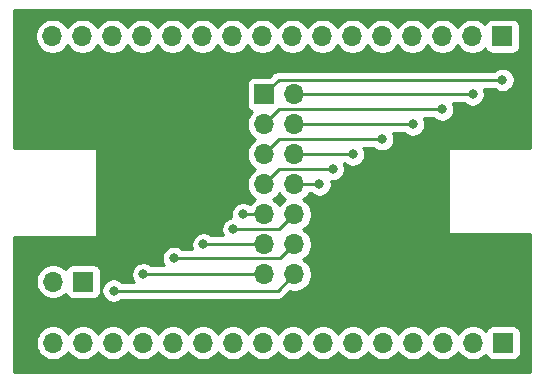
<source format=gbr>
%TF.GenerationSoftware,KiCad,Pcbnew,(5.1.9)-1*%
%TF.CreationDate,2021-03-23T14:30:04+01:00*%
%TF.ProjectId,Display Board,44697370-6c61-4792-9042-6f6172642e6b,rev?*%
%TF.SameCoordinates,Original*%
%TF.FileFunction,Copper,L1,Top*%
%TF.FilePolarity,Positive*%
%FSLAX46Y46*%
G04 Gerber Fmt 4.6, Leading zero omitted, Abs format (unit mm)*
G04 Created by KiCad (PCBNEW (5.1.9)-1) date 2021-03-23 14:30:04*
%MOMM*%
%LPD*%
G01*
G04 APERTURE LIST*
%TA.AperFunction,ComponentPad*%
%ADD10R,1.700000X1.700000*%
%TD*%
%TA.AperFunction,ComponentPad*%
%ADD11O,1.700000X1.700000*%
%TD*%
%TA.AperFunction,ViaPad*%
%ADD12C,0.800000*%
%TD*%
%TA.AperFunction,Conductor*%
%ADD13C,0.250000*%
%TD*%
%TA.AperFunction,NonConductor*%
%ADD14C,0.254000*%
%TD*%
%TA.AperFunction,NonConductor*%
%ADD15C,0.100000*%
%TD*%
G04 APERTURE END LIST*
D10*
%TO.P,J1,1*%
%TO.N,GND*%
X195000000Y-69000000D03*
D11*
%TO.P,J1,2*%
%TO.N,5V*%
X197540000Y-69000000D03*
%TO.P,J1,3*%
%TO.N,Kontrast*%
X195000000Y-71540000D03*
%TO.P,J1,4*%
%TO.N,RS*%
X197540000Y-71540000D03*
%TO.P,J1,5*%
%TO.N,RW*%
X195000000Y-74080000D03*
%TO.P,J1,6*%
%TO.N,E*%
X197540000Y-74080000D03*
%TO.P,J1,7*%
%TO.N,D0*%
X195000000Y-76620000D03*
%TO.P,J1,8*%
%TO.N,D1*%
X197540000Y-76620000D03*
%TO.P,J1,9*%
%TO.N,D2*%
X195000000Y-79160000D03*
%TO.P,J1,10*%
%TO.N,D3*%
X197540000Y-79160000D03*
%TO.P,J1,11*%
%TO.N,D4*%
X195000000Y-81700000D03*
%TO.P,J1,12*%
%TO.N,D5*%
X197540000Y-81700000D03*
%TO.P,J1,13*%
%TO.N,D6*%
X195000000Y-84240000D03*
%TO.P,J1,14*%
%TO.N,D7*%
X197540000Y-84240000D03*
%TD*%
D10*
%TO.P,J2,1*%
%TO.N,GND*%
X215230000Y-90040000D03*
D11*
%TO.P,J2,2*%
%TO.N,5V*%
X212690000Y-90040000D03*
%TO.P,J2,3*%
%TO.N,Kontrast*%
X210150000Y-90040000D03*
%TO.P,J2,4*%
%TO.N,RS*%
X207610000Y-90040000D03*
%TO.P,J2,5*%
%TO.N,RW*%
X205070000Y-90040000D03*
%TO.P,J2,6*%
%TO.N,E*%
X202530000Y-90040000D03*
%TO.P,J2,7*%
%TO.N,D0*%
X199990000Y-90040000D03*
%TO.P,J2,8*%
%TO.N,D1*%
X197450000Y-90040000D03*
%TO.P,J2,9*%
%TO.N,D2*%
X194910000Y-90040000D03*
%TO.P,J2,10*%
%TO.N,D3*%
X192370000Y-90040000D03*
%TO.P,J2,11*%
%TO.N,D4*%
X189830000Y-90040000D03*
%TO.P,J2,12*%
%TO.N,D5*%
X187290000Y-90040000D03*
%TO.P,J2,13*%
%TO.N,D6*%
X184750000Y-90040000D03*
%TO.P,J2,14*%
%TO.N,D7*%
X182210000Y-90040000D03*
%TO.P,J2,15*%
%TO.N,/5V-Hintergrundbeleuchtung*%
X179670000Y-90040000D03*
%TO.P,J2,16*%
%TO.N,/GND-Hintergrundbeleuchtung*%
X177130000Y-90040000D03*
%TD*%
D10*
%TO.P,J3,1*%
%TO.N,/5V-Hintergrundbeleuchtung*%
X179675000Y-84850000D03*
D11*
%TO.P,J3,2*%
%TO.N,/GND-Hintergrundbeleuchtung*%
X177135000Y-84850000D03*
%TD*%
%TO.P,J4,16*%
%TO.N,/GND-Hintergrundbeleuchtung*%
X177075000Y-64075000D03*
%TO.P,J4,15*%
%TO.N,/5V-Hintergrundbeleuchtung*%
X179615000Y-64075000D03*
%TO.P,J4,14*%
%TO.N,D7*%
X182155000Y-64075000D03*
%TO.P,J4,13*%
%TO.N,D6*%
X184695000Y-64075000D03*
%TO.P,J4,12*%
%TO.N,D5*%
X187235000Y-64075000D03*
%TO.P,J4,11*%
%TO.N,D4*%
X189775000Y-64075000D03*
%TO.P,J4,10*%
%TO.N,D3*%
X192315000Y-64075000D03*
%TO.P,J4,9*%
%TO.N,D2*%
X194855000Y-64075000D03*
%TO.P,J4,8*%
%TO.N,D1*%
X197395000Y-64075000D03*
%TO.P,J4,7*%
%TO.N,D0*%
X199935000Y-64075000D03*
%TO.P,J4,6*%
%TO.N,E*%
X202475000Y-64075000D03*
%TO.P,J4,5*%
%TO.N,RW*%
X205015000Y-64075000D03*
%TO.P,J4,4*%
%TO.N,RS*%
X207555000Y-64075000D03*
%TO.P,J4,3*%
%TO.N,Kontrast*%
X210095000Y-64075000D03*
%TO.P,J4,2*%
%TO.N,5V*%
X212635000Y-64075000D03*
D10*
%TO.P,J4,1*%
%TO.N,GND*%
X215175000Y-64075000D03*
%TD*%
D12*
%TO.N,GND*%
X215175000Y-67775000D03*
%TO.N,5V*%
X212650000Y-69000000D03*
%TO.N,Kontrast*%
X210075000Y-70275000D03*
%TO.N,RS*%
X207590000Y-71540000D03*
%TO.N,RW*%
X205000000Y-72800000D03*
%TO.N,E*%
X202505000Y-74080000D03*
%TO.N,D0*%
X200800000Y-75325000D03*
%TO.N,D1*%
X199670000Y-76620000D03*
%TO.N,D2*%
X193210000Y-79160000D03*
%TO.N,D3*%
X192400000Y-80425000D03*
%TO.N,D4*%
X189850000Y-81700000D03*
%TO.N,D5*%
X187374999Y-82875001D03*
%TO.N,D6*%
X184765000Y-84240000D03*
%TO.N,D7*%
X182250000Y-85625000D03*
%TD*%
D13*
%TO.N,GND*%
X195000000Y-69000000D02*
X196225000Y-67775000D01*
X196225000Y-67775000D02*
X207936410Y-67775000D01*
X207936410Y-67775000D02*
X215175000Y-67775000D01*
X215175000Y-67775000D02*
X215175000Y-67775000D01*
%TO.N,5V*%
X208350000Y-69000000D02*
X212650000Y-69000000D01*
X197540000Y-69000000D02*
X208350000Y-69000000D01*
X208350000Y-69000000D02*
X208525000Y-69000000D01*
X212650000Y-69000000D02*
X212650000Y-69000000D01*
%TO.N,Kontrast*%
X195000000Y-71540000D02*
X196265000Y-70275000D01*
X196265000Y-70275000D02*
X210075000Y-70275000D01*
X210075000Y-70275000D02*
X210075000Y-70275000D01*
%TO.N,RS*%
X197540000Y-71540000D02*
X207590000Y-71540000D01*
X207590000Y-71540000D02*
X207590000Y-71540000D01*
%TO.N,RW*%
X195000000Y-74080000D02*
X196280000Y-72800000D01*
X196280000Y-72800000D02*
X205000000Y-72800000D01*
X205000000Y-72800000D02*
X205000000Y-72800000D01*
%TO.N,E*%
X197540000Y-74080000D02*
X202505000Y-74080000D01*
X202505000Y-74080000D02*
X202505000Y-74080000D01*
%TO.N,D0*%
X195000000Y-76620000D02*
X196295000Y-75325000D01*
X196295000Y-75325000D02*
X200800000Y-75325000D01*
X200800000Y-75325000D02*
X200800000Y-75325000D01*
%TO.N,D1*%
X197540000Y-76620000D02*
X199670000Y-76620000D01*
X199670000Y-76620000D02*
X199670000Y-76620000D01*
%TO.N,D2*%
X195000000Y-79160000D02*
X193210000Y-79160000D01*
X193210000Y-79160000D02*
X193210000Y-79160000D01*
%TO.N,D3*%
X197540000Y-79160000D02*
X196275000Y-80425000D01*
X196275000Y-80425000D02*
X192400000Y-80425000D01*
X192400000Y-80425000D02*
X192400000Y-80425000D01*
%TO.N,D4*%
X195000000Y-81700000D02*
X189850000Y-81700000D01*
X189850000Y-81700000D02*
X189850000Y-81700000D01*
%TO.N,D5*%
X196364999Y-82875001D02*
X187374999Y-82875001D01*
X197540000Y-81700000D02*
X196364999Y-82875001D01*
X187374999Y-82875001D02*
X187374999Y-82875001D01*
%TO.N,D6*%
X195000000Y-84240000D02*
X184765000Y-84240000D01*
X184765000Y-84240000D02*
X184765000Y-84240000D01*
%TO.N,D7*%
X197540000Y-84240000D02*
X196155000Y-85625000D01*
X196155000Y-85625000D02*
X182250000Y-85625000D01*
X182250000Y-85625000D02*
X182250000Y-85625000D01*
%TD*%
D14*
X217540001Y-73573000D02*
X210700000Y-73573000D01*
X210675224Y-73575440D01*
X210651399Y-73582667D01*
X210629443Y-73594403D01*
X210610197Y-73610197D01*
X210594403Y-73629443D01*
X210582667Y-73651399D01*
X210575440Y-73675224D01*
X210573000Y-73700000D01*
X210573000Y-80700000D01*
X210575440Y-80724776D01*
X210582667Y-80748601D01*
X210594403Y-80770557D01*
X210610197Y-80789803D01*
X210629443Y-80805597D01*
X210651399Y-80817333D01*
X210675224Y-80824560D01*
X210700000Y-80827000D01*
X217540000Y-80827000D01*
X217540000Y-92540000D01*
X173860000Y-92540000D01*
X173860000Y-89893740D01*
X175645000Y-89893740D01*
X175645000Y-90186260D01*
X175702068Y-90473158D01*
X175814010Y-90743411D01*
X175976525Y-90986632D01*
X176183368Y-91193475D01*
X176426589Y-91355990D01*
X176696842Y-91467932D01*
X176983740Y-91525000D01*
X177276260Y-91525000D01*
X177563158Y-91467932D01*
X177833411Y-91355990D01*
X178076632Y-91193475D01*
X178283475Y-90986632D01*
X178400000Y-90812240D01*
X178516525Y-90986632D01*
X178723368Y-91193475D01*
X178966589Y-91355990D01*
X179236842Y-91467932D01*
X179523740Y-91525000D01*
X179816260Y-91525000D01*
X180103158Y-91467932D01*
X180373411Y-91355990D01*
X180616632Y-91193475D01*
X180823475Y-90986632D01*
X180940000Y-90812240D01*
X181056525Y-90986632D01*
X181263368Y-91193475D01*
X181506589Y-91355990D01*
X181776842Y-91467932D01*
X182063740Y-91525000D01*
X182356260Y-91525000D01*
X182643158Y-91467932D01*
X182913411Y-91355990D01*
X183156632Y-91193475D01*
X183363475Y-90986632D01*
X183480000Y-90812240D01*
X183596525Y-90986632D01*
X183803368Y-91193475D01*
X184046589Y-91355990D01*
X184316842Y-91467932D01*
X184603740Y-91525000D01*
X184896260Y-91525000D01*
X185183158Y-91467932D01*
X185453411Y-91355990D01*
X185696632Y-91193475D01*
X185903475Y-90986632D01*
X186020000Y-90812240D01*
X186136525Y-90986632D01*
X186343368Y-91193475D01*
X186586589Y-91355990D01*
X186856842Y-91467932D01*
X187143740Y-91525000D01*
X187436260Y-91525000D01*
X187723158Y-91467932D01*
X187993411Y-91355990D01*
X188236632Y-91193475D01*
X188443475Y-90986632D01*
X188560000Y-90812240D01*
X188676525Y-90986632D01*
X188883368Y-91193475D01*
X189126589Y-91355990D01*
X189396842Y-91467932D01*
X189683740Y-91525000D01*
X189976260Y-91525000D01*
X190263158Y-91467932D01*
X190533411Y-91355990D01*
X190776632Y-91193475D01*
X190983475Y-90986632D01*
X191100000Y-90812240D01*
X191216525Y-90986632D01*
X191423368Y-91193475D01*
X191666589Y-91355990D01*
X191936842Y-91467932D01*
X192223740Y-91525000D01*
X192516260Y-91525000D01*
X192803158Y-91467932D01*
X193073411Y-91355990D01*
X193316632Y-91193475D01*
X193523475Y-90986632D01*
X193640000Y-90812240D01*
X193756525Y-90986632D01*
X193963368Y-91193475D01*
X194206589Y-91355990D01*
X194476842Y-91467932D01*
X194763740Y-91525000D01*
X195056260Y-91525000D01*
X195343158Y-91467932D01*
X195613411Y-91355990D01*
X195856632Y-91193475D01*
X196063475Y-90986632D01*
X196180000Y-90812240D01*
X196296525Y-90986632D01*
X196503368Y-91193475D01*
X196746589Y-91355990D01*
X197016842Y-91467932D01*
X197303740Y-91525000D01*
X197596260Y-91525000D01*
X197883158Y-91467932D01*
X198153411Y-91355990D01*
X198396632Y-91193475D01*
X198603475Y-90986632D01*
X198720000Y-90812240D01*
X198836525Y-90986632D01*
X199043368Y-91193475D01*
X199286589Y-91355990D01*
X199556842Y-91467932D01*
X199843740Y-91525000D01*
X200136260Y-91525000D01*
X200423158Y-91467932D01*
X200693411Y-91355990D01*
X200936632Y-91193475D01*
X201143475Y-90986632D01*
X201260000Y-90812240D01*
X201376525Y-90986632D01*
X201583368Y-91193475D01*
X201826589Y-91355990D01*
X202096842Y-91467932D01*
X202383740Y-91525000D01*
X202676260Y-91525000D01*
X202963158Y-91467932D01*
X203233411Y-91355990D01*
X203476632Y-91193475D01*
X203683475Y-90986632D01*
X203800000Y-90812240D01*
X203916525Y-90986632D01*
X204123368Y-91193475D01*
X204366589Y-91355990D01*
X204636842Y-91467932D01*
X204923740Y-91525000D01*
X205216260Y-91525000D01*
X205503158Y-91467932D01*
X205773411Y-91355990D01*
X206016632Y-91193475D01*
X206223475Y-90986632D01*
X206340000Y-90812240D01*
X206456525Y-90986632D01*
X206663368Y-91193475D01*
X206906589Y-91355990D01*
X207176842Y-91467932D01*
X207463740Y-91525000D01*
X207756260Y-91525000D01*
X208043158Y-91467932D01*
X208313411Y-91355990D01*
X208556632Y-91193475D01*
X208763475Y-90986632D01*
X208880000Y-90812240D01*
X208996525Y-90986632D01*
X209203368Y-91193475D01*
X209446589Y-91355990D01*
X209716842Y-91467932D01*
X210003740Y-91525000D01*
X210296260Y-91525000D01*
X210583158Y-91467932D01*
X210853411Y-91355990D01*
X211096632Y-91193475D01*
X211303475Y-90986632D01*
X211420000Y-90812240D01*
X211536525Y-90986632D01*
X211743368Y-91193475D01*
X211986589Y-91355990D01*
X212256842Y-91467932D01*
X212543740Y-91525000D01*
X212836260Y-91525000D01*
X213123158Y-91467932D01*
X213393411Y-91355990D01*
X213636632Y-91193475D01*
X213768487Y-91061620D01*
X213790498Y-91134180D01*
X213849463Y-91244494D01*
X213928815Y-91341185D01*
X214025506Y-91420537D01*
X214135820Y-91479502D01*
X214255518Y-91515812D01*
X214380000Y-91528072D01*
X216080000Y-91528072D01*
X216204482Y-91515812D01*
X216324180Y-91479502D01*
X216434494Y-91420537D01*
X216531185Y-91341185D01*
X216610537Y-91244494D01*
X216669502Y-91134180D01*
X216705812Y-91014482D01*
X216718072Y-90890000D01*
X216718072Y-89190000D01*
X216705812Y-89065518D01*
X216669502Y-88945820D01*
X216610537Y-88835506D01*
X216531185Y-88738815D01*
X216434494Y-88659463D01*
X216324180Y-88600498D01*
X216204482Y-88564188D01*
X216080000Y-88551928D01*
X214380000Y-88551928D01*
X214255518Y-88564188D01*
X214135820Y-88600498D01*
X214025506Y-88659463D01*
X213928815Y-88738815D01*
X213849463Y-88835506D01*
X213790498Y-88945820D01*
X213768487Y-89018380D01*
X213636632Y-88886525D01*
X213393411Y-88724010D01*
X213123158Y-88612068D01*
X212836260Y-88555000D01*
X212543740Y-88555000D01*
X212256842Y-88612068D01*
X211986589Y-88724010D01*
X211743368Y-88886525D01*
X211536525Y-89093368D01*
X211420000Y-89267760D01*
X211303475Y-89093368D01*
X211096632Y-88886525D01*
X210853411Y-88724010D01*
X210583158Y-88612068D01*
X210296260Y-88555000D01*
X210003740Y-88555000D01*
X209716842Y-88612068D01*
X209446589Y-88724010D01*
X209203368Y-88886525D01*
X208996525Y-89093368D01*
X208880000Y-89267760D01*
X208763475Y-89093368D01*
X208556632Y-88886525D01*
X208313411Y-88724010D01*
X208043158Y-88612068D01*
X207756260Y-88555000D01*
X207463740Y-88555000D01*
X207176842Y-88612068D01*
X206906589Y-88724010D01*
X206663368Y-88886525D01*
X206456525Y-89093368D01*
X206340000Y-89267760D01*
X206223475Y-89093368D01*
X206016632Y-88886525D01*
X205773411Y-88724010D01*
X205503158Y-88612068D01*
X205216260Y-88555000D01*
X204923740Y-88555000D01*
X204636842Y-88612068D01*
X204366589Y-88724010D01*
X204123368Y-88886525D01*
X203916525Y-89093368D01*
X203800000Y-89267760D01*
X203683475Y-89093368D01*
X203476632Y-88886525D01*
X203233411Y-88724010D01*
X202963158Y-88612068D01*
X202676260Y-88555000D01*
X202383740Y-88555000D01*
X202096842Y-88612068D01*
X201826589Y-88724010D01*
X201583368Y-88886525D01*
X201376525Y-89093368D01*
X201260000Y-89267760D01*
X201143475Y-89093368D01*
X200936632Y-88886525D01*
X200693411Y-88724010D01*
X200423158Y-88612068D01*
X200136260Y-88555000D01*
X199843740Y-88555000D01*
X199556842Y-88612068D01*
X199286589Y-88724010D01*
X199043368Y-88886525D01*
X198836525Y-89093368D01*
X198720000Y-89267760D01*
X198603475Y-89093368D01*
X198396632Y-88886525D01*
X198153411Y-88724010D01*
X197883158Y-88612068D01*
X197596260Y-88555000D01*
X197303740Y-88555000D01*
X197016842Y-88612068D01*
X196746589Y-88724010D01*
X196503368Y-88886525D01*
X196296525Y-89093368D01*
X196180000Y-89267760D01*
X196063475Y-89093368D01*
X195856632Y-88886525D01*
X195613411Y-88724010D01*
X195343158Y-88612068D01*
X195056260Y-88555000D01*
X194763740Y-88555000D01*
X194476842Y-88612068D01*
X194206589Y-88724010D01*
X193963368Y-88886525D01*
X193756525Y-89093368D01*
X193640000Y-89267760D01*
X193523475Y-89093368D01*
X193316632Y-88886525D01*
X193073411Y-88724010D01*
X192803158Y-88612068D01*
X192516260Y-88555000D01*
X192223740Y-88555000D01*
X191936842Y-88612068D01*
X191666589Y-88724010D01*
X191423368Y-88886525D01*
X191216525Y-89093368D01*
X191100000Y-89267760D01*
X190983475Y-89093368D01*
X190776632Y-88886525D01*
X190533411Y-88724010D01*
X190263158Y-88612068D01*
X189976260Y-88555000D01*
X189683740Y-88555000D01*
X189396842Y-88612068D01*
X189126589Y-88724010D01*
X188883368Y-88886525D01*
X188676525Y-89093368D01*
X188560000Y-89267760D01*
X188443475Y-89093368D01*
X188236632Y-88886525D01*
X187993411Y-88724010D01*
X187723158Y-88612068D01*
X187436260Y-88555000D01*
X187143740Y-88555000D01*
X186856842Y-88612068D01*
X186586589Y-88724010D01*
X186343368Y-88886525D01*
X186136525Y-89093368D01*
X186020000Y-89267760D01*
X185903475Y-89093368D01*
X185696632Y-88886525D01*
X185453411Y-88724010D01*
X185183158Y-88612068D01*
X184896260Y-88555000D01*
X184603740Y-88555000D01*
X184316842Y-88612068D01*
X184046589Y-88724010D01*
X183803368Y-88886525D01*
X183596525Y-89093368D01*
X183480000Y-89267760D01*
X183363475Y-89093368D01*
X183156632Y-88886525D01*
X182913411Y-88724010D01*
X182643158Y-88612068D01*
X182356260Y-88555000D01*
X182063740Y-88555000D01*
X181776842Y-88612068D01*
X181506589Y-88724010D01*
X181263368Y-88886525D01*
X181056525Y-89093368D01*
X180940000Y-89267760D01*
X180823475Y-89093368D01*
X180616632Y-88886525D01*
X180373411Y-88724010D01*
X180103158Y-88612068D01*
X179816260Y-88555000D01*
X179523740Y-88555000D01*
X179236842Y-88612068D01*
X178966589Y-88724010D01*
X178723368Y-88886525D01*
X178516525Y-89093368D01*
X178400000Y-89267760D01*
X178283475Y-89093368D01*
X178076632Y-88886525D01*
X177833411Y-88724010D01*
X177563158Y-88612068D01*
X177276260Y-88555000D01*
X176983740Y-88555000D01*
X176696842Y-88612068D01*
X176426589Y-88724010D01*
X176183368Y-88886525D01*
X175976525Y-89093368D01*
X175814010Y-89336589D01*
X175702068Y-89606842D01*
X175645000Y-89893740D01*
X173860000Y-89893740D01*
X173860000Y-84703740D01*
X175650000Y-84703740D01*
X175650000Y-84996260D01*
X175707068Y-85283158D01*
X175819010Y-85553411D01*
X175981525Y-85796632D01*
X176188368Y-86003475D01*
X176431589Y-86165990D01*
X176701842Y-86277932D01*
X176988740Y-86335000D01*
X177281260Y-86335000D01*
X177568158Y-86277932D01*
X177838411Y-86165990D01*
X178081632Y-86003475D01*
X178213487Y-85871620D01*
X178235498Y-85944180D01*
X178294463Y-86054494D01*
X178373815Y-86151185D01*
X178470506Y-86230537D01*
X178580820Y-86289502D01*
X178700518Y-86325812D01*
X178825000Y-86338072D01*
X180525000Y-86338072D01*
X180649482Y-86325812D01*
X180769180Y-86289502D01*
X180879494Y-86230537D01*
X180976185Y-86151185D01*
X181055537Y-86054494D01*
X181114502Y-85944180D01*
X181150812Y-85824482D01*
X181163072Y-85700000D01*
X181163072Y-85523061D01*
X181215000Y-85523061D01*
X181215000Y-85726939D01*
X181254774Y-85926898D01*
X181332795Y-86115256D01*
X181446063Y-86284774D01*
X181590226Y-86428937D01*
X181759744Y-86542205D01*
X181948102Y-86620226D01*
X182148061Y-86660000D01*
X182351939Y-86660000D01*
X182551898Y-86620226D01*
X182740256Y-86542205D01*
X182909774Y-86428937D01*
X182953711Y-86385000D01*
X196117678Y-86385000D01*
X196155000Y-86388676D01*
X196192322Y-86385000D01*
X196192333Y-86385000D01*
X196303986Y-86374003D01*
X196447247Y-86330546D01*
X196579276Y-86259974D01*
X196695001Y-86165001D01*
X196718804Y-86135997D01*
X197173592Y-85681209D01*
X197393740Y-85725000D01*
X197686260Y-85725000D01*
X197973158Y-85667932D01*
X198243411Y-85555990D01*
X198486632Y-85393475D01*
X198693475Y-85186632D01*
X198855990Y-84943411D01*
X198967932Y-84673158D01*
X199025000Y-84386260D01*
X199025000Y-84093740D01*
X198967932Y-83806842D01*
X198855990Y-83536589D01*
X198693475Y-83293368D01*
X198486632Y-83086525D01*
X198312240Y-82970000D01*
X198486632Y-82853475D01*
X198693475Y-82646632D01*
X198855990Y-82403411D01*
X198967932Y-82133158D01*
X199025000Y-81846260D01*
X199025000Y-81553740D01*
X198967932Y-81266842D01*
X198855990Y-80996589D01*
X198693475Y-80753368D01*
X198486632Y-80546525D01*
X198312240Y-80430000D01*
X198486632Y-80313475D01*
X198693475Y-80106632D01*
X198855990Y-79863411D01*
X198967932Y-79593158D01*
X199025000Y-79306260D01*
X199025000Y-79013740D01*
X198967932Y-78726842D01*
X198855990Y-78456589D01*
X198693475Y-78213368D01*
X198486632Y-78006525D01*
X198312240Y-77890000D01*
X198486632Y-77773475D01*
X198693475Y-77566632D01*
X198818178Y-77380000D01*
X198966289Y-77380000D01*
X199010226Y-77423937D01*
X199179744Y-77537205D01*
X199368102Y-77615226D01*
X199568061Y-77655000D01*
X199771939Y-77655000D01*
X199971898Y-77615226D01*
X200160256Y-77537205D01*
X200329774Y-77423937D01*
X200473937Y-77279774D01*
X200587205Y-77110256D01*
X200665226Y-76921898D01*
X200705000Y-76721939D01*
X200705000Y-76518061D01*
X200672551Y-76354926D01*
X200698061Y-76360000D01*
X200901939Y-76360000D01*
X201101898Y-76320226D01*
X201290256Y-76242205D01*
X201459774Y-76128937D01*
X201603937Y-75984774D01*
X201717205Y-75815256D01*
X201795226Y-75626898D01*
X201835000Y-75426939D01*
X201835000Y-75223061D01*
X201795226Y-75023102D01*
X201719382Y-74840000D01*
X201801289Y-74840000D01*
X201845226Y-74883937D01*
X202014744Y-74997205D01*
X202203102Y-75075226D01*
X202403061Y-75115000D01*
X202606939Y-75115000D01*
X202806898Y-75075226D01*
X202995256Y-74997205D01*
X203164774Y-74883937D01*
X203308937Y-74739774D01*
X203422205Y-74570256D01*
X203500226Y-74381898D01*
X203540000Y-74181939D01*
X203540000Y-73978061D01*
X203500226Y-73778102D01*
X203422205Y-73589744D01*
X203402331Y-73560000D01*
X204296289Y-73560000D01*
X204340226Y-73603937D01*
X204509744Y-73717205D01*
X204698102Y-73795226D01*
X204898061Y-73835000D01*
X205101939Y-73835000D01*
X205301898Y-73795226D01*
X205490256Y-73717205D01*
X205659774Y-73603937D01*
X205803937Y-73459774D01*
X205917205Y-73290256D01*
X205995226Y-73101898D01*
X206035000Y-72901939D01*
X206035000Y-72698061D01*
X205995226Y-72498102D01*
X205917205Y-72309744D01*
X205910694Y-72300000D01*
X206886289Y-72300000D01*
X206930226Y-72343937D01*
X207099744Y-72457205D01*
X207288102Y-72535226D01*
X207488061Y-72575000D01*
X207691939Y-72575000D01*
X207891898Y-72535226D01*
X208080256Y-72457205D01*
X208249774Y-72343937D01*
X208393937Y-72199774D01*
X208507205Y-72030256D01*
X208585226Y-71841898D01*
X208625000Y-71641939D01*
X208625000Y-71438061D01*
X208585226Y-71238102D01*
X208507205Y-71049744D01*
X208497353Y-71035000D01*
X209371289Y-71035000D01*
X209415226Y-71078937D01*
X209584744Y-71192205D01*
X209773102Y-71270226D01*
X209973061Y-71310000D01*
X210176939Y-71310000D01*
X210376898Y-71270226D01*
X210565256Y-71192205D01*
X210734774Y-71078937D01*
X210878937Y-70934774D01*
X210992205Y-70765256D01*
X211070226Y-70576898D01*
X211110000Y-70376939D01*
X211110000Y-70173061D01*
X211070226Y-69973102D01*
X210992205Y-69784744D01*
X210975672Y-69760000D01*
X211946289Y-69760000D01*
X211990226Y-69803937D01*
X212159744Y-69917205D01*
X212348102Y-69995226D01*
X212548061Y-70035000D01*
X212751939Y-70035000D01*
X212951898Y-69995226D01*
X213140256Y-69917205D01*
X213309774Y-69803937D01*
X213453937Y-69659774D01*
X213567205Y-69490256D01*
X213645226Y-69301898D01*
X213685000Y-69101939D01*
X213685000Y-68898061D01*
X213645226Y-68698102D01*
X213577666Y-68535000D01*
X214471289Y-68535000D01*
X214515226Y-68578937D01*
X214684744Y-68692205D01*
X214873102Y-68770226D01*
X215073061Y-68810000D01*
X215276939Y-68810000D01*
X215476898Y-68770226D01*
X215665256Y-68692205D01*
X215834774Y-68578937D01*
X215978937Y-68434774D01*
X216092205Y-68265256D01*
X216170226Y-68076898D01*
X216210000Y-67876939D01*
X216210000Y-67673061D01*
X216170226Y-67473102D01*
X216092205Y-67284744D01*
X215978937Y-67115226D01*
X215834774Y-66971063D01*
X215665256Y-66857795D01*
X215476898Y-66779774D01*
X215276939Y-66740000D01*
X215073061Y-66740000D01*
X214873102Y-66779774D01*
X214684744Y-66857795D01*
X214515226Y-66971063D01*
X214471289Y-67015000D01*
X196262333Y-67015000D01*
X196225000Y-67011323D01*
X196187667Y-67015000D01*
X196076014Y-67025997D01*
X195932753Y-67069454D01*
X195800724Y-67140026D01*
X195684999Y-67234999D01*
X195661201Y-67263997D01*
X195413270Y-67511928D01*
X194150000Y-67511928D01*
X194025518Y-67524188D01*
X193905820Y-67560498D01*
X193795506Y-67619463D01*
X193698815Y-67698815D01*
X193619463Y-67795506D01*
X193560498Y-67905820D01*
X193524188Y-68025518D01*
X193511928Y-68150000D01*
X193511928Y-69850000D01*
X193524188Y-69974482D01*
X193560498Y-70094180D01*
X193619463Y-70204494D01*
X193698815Y-70301185D01*
X193795506Y-70380537D01*
X193905820Y-70439502D01*
X193978380Y-70461513D01*
X193846525Y-70593368D01*
X193684010Y-70836589D01*
X193572068Y-71106842D01*
X193515000Y-71393740D01*
X193515000Y-71686260D01*
X193572068Y-71973158D01*
X193684010Y-72243411D01*
X193846525Y-72486632D01*
X194053368Y-72693475D01*
X194227760Y-72810000D01*
X194053368Y-72926525D01*
X193846525Y-73133368D01*
X193684010Y-73376589D01*
X193572068Y-73646842D01*
X193515000Y-73933740D01*
X193515000Y-74226260D01*
X193572068Y-74513158D01*
X193684010Y-74783411D01*
X193846525Y-75026632D01*
X194053368Y-75233475D01*
X194227760Y-75350000D01*
X194053368Y-75466525D01*
X193846525Y-75673368D01*
X193684010Y-75916589D01*
X193572068Y-76186842D01*
X193515000Y-76473740D01*
X193515000Y-76766260D01*
X193572068Y-77053158D01*
X193684010Y-77323411D01*
X193846525Y-77566632D01*
X194053368Y-77773475D01*
X194227760Y-77890000D01*
X194053368Y-78006525D01*
X193846525Y-78213368D01*
X193787784Y-78301279D01*
X193700256Y-78242795D01*
X193511898Y-78164774D01*
X193311939Y-78125000D01*
X193108061Y-78125000D01*
X192908102Y-78164774D01*
X192719744Y-78242795D01*
X192550226Y-78356063D01*
X192406063Y-78500226D01*
X192292795Y-78669744D01*
X192214774Y-78858102D01*
X192175000Y-79058061D01*
X192175000Y-79261939D01*
X192204187Y-79408673D01*
X192098102Y-79429774D01*
X191909744Y-79507795D01*
X191740226Y-79621063D01*
X191596063Y-79765226D01*
X191482795Y-79934744D01*
X191404774Y-80123102D01*
X191365000Y-80323061D01*
X191365000Y-80526939D01*
X191404774Y-80726898D01*
X191482795Y-80915256D01*
X191499328Y-80940000D01*
X190553711Y-80940000D01*
X190509774Y-80896063D01*
X190340256Y-80782795D01*
X190151898Y-80704774D01*
X189951939Y-80665000D01*
X189748061Y-80665000D01*
X189548102Y-80704774D01*
X189359744Y-80782795D01*
X189190226Y-80896063D01*
X189046063Y-81040226D01*
X188932795Y-81209744D01*
X188854774Y-81398102D01*
X188815000Y-81598061D01*
X188815000Y-81801939D01*
X188854774Y-82001898D01*
X188901623Y-82115001D01*
X188078710Y-82115001D01*
X188034773Y-82071064D01*
X187865255Y-81957796D01*
X187676897Y-81879775D01*
X187476938Y-81840001D01*
X187273060Y-81840001D01*
X187073101Y-81879775D01*
X186884743Y-81957796D01*
X186715225Y-82071064D01*
X186571062Y-82215227D01*
X186457794Y-82384745D01*
X186379773Y-82573103D01*
X186339999Y-82773062D01*
X186339999Y-82976940D01*
X186379773Y-83176899D01*
X186457794Y-83365257D01*
X186534463Y-83480000D01*
X185468711Y-83480000D01*
X185424774Y-83436063D01*
X185255256Y-83322795D01*
X185066898Y-83244774D01*
X184866939Y-83205000D01*
X184663061Y-83205000D01*
X184463102Y-83244774D01*
X184274744Y-83322795D01*
X184105226Y-83436063D01*
X183961063Y-83580226D01*
X183847795Y-83749744D01*
X183769774Y-83938102D01*
X183730000Y-84138061D01*
X183730000Y-84341939D01*
X183769774Y-84541898D01*
X183847795Y-84730256D01*
X183937828Y-84865000D01*
X182953711Y-84865000D01*
X182909774Y-84821063D01*
X182740256Y-84707795D01*
X182551898Y-84629774D01*
X182351939Y-84590000D01*
X182148061Y-84590000D01*
X181948102Y-84629774D01*
X181759744Y-84707795D01*
X181590226Y-84821063D01*
X181446063Y-84965226D01*
X181332795Y-85134744D01*
X181254774Y-85323102D01*
X181215000Y-85523061D01*
X181163072Y-85523061D01*
X181163072Y-84000000D01*
X181150812Y-83875518D01*
X181114502Y-83755820D01*
X181055537Y-83645506D01*
X180976185Y-83548815D01*
X180879494Y-83469463D01*
X180769180Y-83410498D01*
X180649482Y-83374188D01*
X180525000Y-83361928D01*
X178825000Y-83361928D01*
X178700518Y-83374188D01*
X178580820Y-83410498D01*
X178470506Y-83469463D01*
X178373815Y-83548815D01*
X178294463Y-83645506D01*
X178235498Y-83755820D01*
X178213487Y-83828380D01*
X178081632Y-83696525D01*
X177838411Y-83534010D01*
X177568158Y-83422068D01*
X177281260Y-83365000D01*
X176988740Y-83365000D01*
X176701842Y-83422068D01*
X176431589Y-83534010D01*
X176188368Y-83696525D01*
X175981525Y-83903368D01*
X175819010Y-84146589D01*
X175707068Y-84416842D01*
X175650000Y-84703740D01*
X173860000Y-84703740D01*
X173860000Y-81077000D01*
X180700000Y-81077000D01*
X180724776Y-81074560D01*
X180748601Y-81067333D01*
X180770557Y-81055597D01*
X180789803Y-81039803D01*
X180805597Y-81020557D01*
X180817333Y-80998601D01*
X180824560Y-80974776D01*
X180827000Y-80950000D01*
X180827000Y-73700000D01*
X180824560Y-73675224D01*
X180817333Y-73651399D01*
X180805597Y-73629443D01*
X180789803Y-73610197D01*
X180770557Y-73594403D01*
X180748601Y-73582667D01*
X180724776Y-73575440D01*
X180700000Y-73573000D01*
X173860000Y-73573000D01*
X173860000Y-63928740D01*
X175590000Y-63928740D01*
X175590000Y-64221260D01*
X175647068Y-64508158D01*
X175759010Y-64778411D01*
X175921525Y-65021632D01*
X176128368Y-65228475D01*
X176371589Y-65390990D01*
X176641842Y-65502932D01*
X176928740Y-65560000D01*
X177221260Y-65560000D01*
X177508158Y-65502932D01*
X177778411Y-65390990D01*
X178021632Y-65228475D01*
X178228475Y-65021632D01*
X178345000Y-64847240D01*
X178461525Y-65021632D01*
X178668368Y-65228475D01*
X178911589Y-65390990D01*
X179181842Y-65502932D01*
X179468740Y-65560000D01*
X179761260Y-65560000D01*
X180048158Y-65502932D01*
X180318411Y-65390990D01*
X180561632Y-65228475D01*
X180768475Y-65021632D01*
X180885000Y-64847240D01*
X181001525Y-65021632D01*
X181208368Y-65228475D01*
X181451589Y-65390990D01*
X181721842Y-65502932D01*
X182008740Y-65560000D01*
X182301260Y-65560000D01*
X182588158Y-65502932D01*
X182858411Y-65390990D01*
X183101632Y-65228475D01*
X183308475Y-65021632D01*
X183425000Y-64847240D01*
X183541525Y-65021632D01*
X183748368Y-65228475D01*
X183991589Y-65390990D01*
X184261842Y-65502932D01*
X184548740Y-65560000D01*
X184841260Y-65560000D01*
X185128158Y-65502932D01*
X185398411Y-65390990D01*
X185641632Y-65228475D01*
X185848475Y-65021632D01*
X185965000Y-64847240D01*
X186081525Y-65021632D01*
X186288368Y-65228475D01*
X186531589Y-65390990D01*
X186801842Y-65502932D01*
X187088740Y-65560000D01*
X187381260Y-65560000D01*
X187668158Y-65502932D01*
X187938411Y-65390990D01*
X188181632Y-65228475D01*
X188388475Y-65021632D01*
X188505000Y-64847240D01*
X188621525Y-65021632D01*
X188828368Y-65228475D01*
X189071589Y-65390990D01*
X189341842Y-65502932D01*
X189628740Y-65560000D01*
X189921260Y-65560000D01*
X190208158Y-65502932D01*
X190478411Y-65390990D01*
X190721632Y-65228475D01*
X190928475Y-65021632D01*
X191045000Y-64847240D01*
X191161525Y-65021632D01*
X191368368Y-65228475D01*
X191611589Y-65390990D01*
X191881842Y-65502932D01*
X192168740Y-65560000D01*
X192461260Y-65560000D01*
X192748158Y-65502932D01*
X193018411Y-65390990D01*
X193261632Y-65228475D01*
X193468475Y-65021632D01*
X193585000Y-64847240D01*
X193701525Y-65021632D01*
X193908368Y-65228475D01*
X194151589Y-65390990D01*
X194421842Y-65502932D01*
X194708740Y-65560000D01*
X195001260Y-65560000D01*
X195288158Y-65502932D01*
X195558411Y-65390990D01*
X195801632Y-65228475D01*
X196008475Y-65021632D01*
X196125000Y-64847240D01*
X196241525Y-65021632D01*
X196448368Y-65228475D01*
X196691589Y-65390990D01*
X196961842Y-65502932D01*
X197248740Y-65560000D01*
X197541260Y-65560000D01*
X197828158Y-65502932D01*
X198098411Y-65390990D01*
X198341632Y-65228475D01*
X198548475Y-65021632D01*
X198665000Y-64847240D01*
X198781525Y-65021632D01*
X198988368Y-65228475D01*
X199231589Y-65390990D01*
X199501842Y-65502932D01*
X199788740Y-65560000D01*
X200081260Y-65560000D01*
X200368158Y-65502932D01*
X200638411Y-65390990D01*
X200881632Y-65228475D01*
X201088475Y-65021632D01*
X201205000Y-64847240D01*
X201321525Y-65021632D01*
X201528368Y-65228475D01*
X201771589Y-65390990D01*
X202041842Y-65502932D01*
X202328740Y-65560000D01*
X202621260Y-65560000D01*
X202908158Y-65502932D01*
X203178411Y-65390990D01*
X203421632Y-65228475D01*
X203628475Y-65021632D01*
X203745000Y-64847240D01*
X203861525Y-65021632D01*
X204068368Y-65228475D01*
X204311589Y-65390990D01*
X204581842Y-65502932D01*
X204868740Y-65560000D01*
X205161260Y-65560000D01*
X205448158Y-65502932D01*
X205718411Y-65390990D01*
X205961632Y-65228475D01*
X206168475Y-65021632D01*
X206285000Y-64847240D01*
X206401525Y-65021632D01*
X206608368Y-65228475D01*
X206851589Y-65390990D01*
X207121842Y-65502932D01*
X207408740Y-65560000D01*
X207701260Y-65560000D01*
X207988158Y-65502932D01*
X208258411Y-65390990D01*
X208501632Y-65228475D01*
X208708475Y-65021632D01*
X208825000Y-64847240D01*
X208941525Y-65021632D01*
X209148368Y-65228475D01*
X209391589Y-65390990D01*
X209661842Y-65502932D01*
X209948740Y-65560000D01*
X210241260Y-65560000D01*
X210528158Y-65502932D01*
X210798411Y-65390990D01*
X211041632Y-65228475D01*
X211248475Y-65021632D01*
X211365000Y-64847240D01*
X211481525Y-65021632D01*
X211688368Y-65228475D01*
X211931589Y-65390990D01*
X212201842Y-65502932D01*
X212488740Y-65560000D01*
X212781260Y-65560000D01*
X213068158Y-65502932D01*
X213338411Y-65390990D01*
X213581632Y-65228475D01*
X213713487Y-65096620D01*
X213735498Y-65169180D01*
X213794463Y-65279494D01*
X213873815Y-65376185D01*
X213970506Y-65455537D01*
X214080820Y-65514502D01*
X214200518Y-65550812D01*
X214325000Y-65563072D01*
X216025000Y-65563072D01*
X216149482Y-65550812D01*
X216269180Y-65514502D01*
X216379494Y-65455537D01*
X216476185Y-65376185D01*
X216555537Y-65279494D01*
X216614502Y-65169180D01*
X216650812Y-65049482D01*
X216663072Y-64925000D01*
X216663072Y-63225000D01*
X216650812Y-63100518D01*
X216614502Y-62980820D01*
X216555537Y-62870506D01*
X216476185Y-62773815D01*
X216379494Y-62694463D01*
X216269180Y-62635498D01*
X216149482Y-62599188D01*
X216025000Y-62586928D01*
X214325000Y-62586928D01*
X214200518Y-62599188D01*
X214080820Y-62635498D01*
X213970506Y-62694463D01*
X213873815Y-62773815D01*
X213794463Y-62870506D01*
X213735498Y-62980820D01*
X213713487Y-63053380D01*
X213581632Y-62921525D01*
X213338411Y-62759010D01*
X213068158Y-62647068D01*
X212781260Y-62590000D01*
X212488740Y-62590000D01*
X212201842Y-62647068D01*
X211931589Y-62759010D01*
X211688368Y-62921525D01*
X211481525Y-63128368D01*
X211365000Y-63302760D01*
X211248475Y-63128368D01*
X211041632Y-62921525D01*
X210798411Y-62759010D01*
X210528158Y-62647068D01*
X210241260Y-62590000D01*
X209948740Y-62590000D01*
X209661842Y-62647068D01*
X209391589Y-62759010D01*
X209148368Y-62921525D01*
X208941525Y-63128368D01*
X208825000Y-63302760D01*
X208708475Y-63128368D01*
X208501632Y-62921525D01*
X208258411Y-62759010D01*
X207988158Y-62647068D01*
X207701260Y-62590000D01*
X207408740Y-62590000D01*
X207121842Y-62647068D01*
X206851589Y-62759010D01*
X206608368Y-62921525D01*
X206401525Y-63128368D01*
X206285000Y-63302760D01*
X206168475Y-63128368D01*
X205961632Y-62921525D01*
X205718411Y-62759010D01*
X205448158Y-62647068D01*
X205161260Y-62590000D01*
X204868740Y-62590000D01*
X204581842Y-62647068D01*
X204311589Y-62759010D01*
X204068368Y-62921525D01*
X203861525Y-63128368D01*
X203745000Y-63302760D01*
X203628475Y-63128368D01*
X203421632Y-62921525D01*
X203178411Y-62759010D01*
X202908158Y-62647068D01*
X202621260Y-62590000D01*
X202328740Y-62590000D01*
X202041842Y-62647068D01*
X201771589Y-62759010D01*
X201528368Y-62921525D01*
X201321525Y-63128368D01*
X201205000Y-63302760D01*
X201088475Y-63128368D01*
X200881632Y-62921525D01*
X200638411Y-62759010D01*
X200368158Y-62647068D01*
X200081260Y-62590000D01*
X199788740Y-62590000D01*
X199501842Y-62647068D01*
X199231589Y-62759010D01*
X198988368Y-62921525D01*
X198781525Y-63128368D01*
X198665000Y-63302760D01*
X198548475Y-63128368D01*
X198341632Y-62921525D01*
X198098411Y-62759010D01*
X197828158Y-62647068D01*
X197541260Y-62590000D01*
X197248740Y-62590000D01*
X196961842Y-62647068D01*
X196691589Y-62759010D01*
X196448368Y-62921525D01*
X196241525Y-63128368D01*
X196125000Y-63302760D01*
X196008475Y-63128368D01*
X195801632Y-62921525D01*
X195558411Y-62759010D01*
X195288158Y-62647068D01*
X195001260Y-62590000D01*
X194708740Y-62590000D01*
X194421842Y-62647068D01*
X194151589Y-62759010D01*
X193908368Y-62921525D01*
X193701525Y-63128368D01*
X193585000Y-63302760D01*
X193468475Y-63128368D01*
X193261632Y-62921525D01*
X193018411Y-62759010D01*
X192748158Y-62647068D01*
X192461260Y-62590000D01*
X192168740Y-62590000D01*
X191881842Y-62647068D01*
X191611589Y-62759010D01*
X191368368Y-62921525D01*
X191161525Y-63128368D01*
X191045000Y-63302760D01*
X190928475Y-63128368D01*
X190721632Y-62921525D01*
X190478411Y-62759010D01*
X190208158Y-62647068D01*
X189921260Y-62590000D01*
X189628740Y-62590000D01*
X189341842Y-62647068D01*
X189071589Y-62759010D01*
X188828368Y-62921525D01*
X188621525Y-63128368D01*
X188505000Y-63302760D01*
X188388475Y-63128368D01*
X188181632Y-62921525D01*
X187938411Y-62759010D01*
X187668158Y-62647068D01*
X187381260Y-62590000D01*
X187088740Y-62590000D01*
X186801842Y-62647068D01*
X186531589Y-62759010D01*
X186288368Y-62921525D01*
X186081525Y-63128368D01*
X185965000Y-63302760D01*
X185848475Y-63128368D01*
X185641632Y-62921525D01*
X185398411Y-62759010D01*
X185128158Y-62647068D01*
X184841260Y-62590000D01*
X184548740Y-62590000D01*
X184261842Y-62647068D01*
X183991589Y-62759010D01*
X183748368Y-62921525D01*
X183541525Y-63128368D01*
X183425000Y-63302760D01*
X183308475Y-63128368D01*
X183101632Y-62921525D01*
X182858411Y-62759010D01*
X182588158Y-62647068D01*
X182301260Y-62590000D01*
X182008740Y-62590000D01*
X181721842Y-62647068D01*
X181451589Y-62759010D01*
X181208368Y-62921525D01*
X181001525Y-63128368D01*
X180885000Y-63302760D01*
X180768475Y-63128368D01*
X180561632Y-62921525D01*
X180318411Y-62759010D01*
X180048158Y-62647068D01*
X179761260Y-62590000D01*
X179468740Y-62590000D01*
X179181842Y-62647068D01*
X178911589Y-62759010D01*
X178668368Y-62921525D01*
X178461525Y-63128368D01*
X178345000Y-63302760D01*
X178228475Y-63128368D01*
X178021632Y-62921525D01*
X177778411Y-62759010D01*
X177508158Y-62647068D01*
X177221260Y-62590000D01*
X176928740Y-62590000D01*
X176641842Y-62647068D01*
X176371589Y-62759010D01*
X176128368Y-62921525D01*
X175921525Y-63128368D01*
X175759010Y-63371589D01*
X175647068Y-63641842D01*
X175590000Y-63928740D01*
X173860000Y-63928740D01*
X173860000Y-61860000D01*
X217540001Y-61860000D01*
X217540001Y-73573000D01*
%TA.AperFunction,NonConductor*%
D15*
G36*
X217540001Y-73573000D02*
G01*
X210700000Y-73573000D01*
X210675224Y-73575440D01*
X210651399Y-73582667D01*
X210629443Y-73594403D01*
X210610197Y-73610197D01*
X210594403Y-73629443D01*
X210582667Y-73651399D01*
X210575440Y-73675224D01*
X210573000Y-73700000D01*
X210573000Y-80700000D01*
X210575440Y-80724776D01*
X210582667Y-80748601D01*
X210594403Y-80770557D01*
X210610197Y-80789803D01*
X210629443Y-80805597D01*
X210651399Y-80817333D01*
X210675224Y-80824560D01*
X210700000Y-80827000D01*
X217540000Y-80827000D01*
X217540000Y-92540000D01*
X173860000Y-92540000D01*
X173860000Y-89893740D01*
X175645000Y-89893740D01*
X175645000Y-90186260D01*
X175702068Y-90473158D01*
X175814010Y-90743411D01*
X175976525Y-90986632D01*
X176183368Y-91193475D01*
X176426589Y-91355990D01*
X176696842Y-91467932D01*
X176983740Y-91525000D01*
X177276260Y-91525000D01*
X177563158Y-91467932D01*
X177833411Y-91355990D01*
X178076632Y-91193475D01*
X178283475Y-90986632D01*
X178400000Y-90812240D01*
X178516525Y-90986632D01*
X178723368Y-91193475D01*
X178966589Y-91355990D01*
X179236842Y-91467932D01*
X179523740Y-91525000D01*
X179816260Y-91525000D01*
X180103158Y-91467932D01*
X180373411Y-91355990D01*
X180616632Y-91193475D01*
X180823475Y-90986632D01*
X180940000Y-90812240D01*
X181056525Y-90986632D01*
X181263368Y-91193475D01*
X181506589Y-91355990D01*
X181776842Y-91467932D01*
X182063740Y-91525000D01*
X182356260Y-91525000D01*
X182643158Y-91467932D01*
X182913411Y-91355990D01*
X183156632Y-91193475D01*
X183363475Y-90986632D01*
X183480000Y-90812240D01*
X183596525Y-90986632D01*
X183803368Y-91193475D01*
X184046589Y-91355990D01*
X184316842Y-91467932D01*
X184603740Y-91525000D01*
X184896260Y-91525000D01*
X185183158Y-91467932D01*
X185453411Y-91355990D01*
X185696632Y-91193475D01*
X185903475Y-90986632D01*
X186020000Y-90812240D01*
X186136525Y-90986632D01*
X186343368Y-91193475D01*
X186586589Y-91355990D01*
X186856842Y-91467932D01*
X187143740Y-91525000D01*
X187436260Y-91525000D01*
X187723158Y-91467932D01*
X187993411Y-91355990D01*
X188236632Y-91193475D01*
X188443475Y-90986632D01*
X188560000Y-90812240D01*
X188676525Y-90986632D01*
X188883368Y-91193475D01*
X189126589Y-91355990D01*
X189396842Y-91467932D01*
X189683740Y-91525000D01*
X189976260Y-91525000D01*
X190263158Y-91467932D01*
X190533411Y-91355990D01*
X190776632Y-91193475D01*
X190983475Y-90986632D01*
X191100000Y-90812240D01*
X191216525Y-90986632D01*
X191423368Y-91193475D01*
X191666589Y-91355990D01*
X191936842Y-91467932D01*
X192223740Y-91525000D01*
X192516260Y-91525000D01*
X192803158Y-91467932D01*
X193073411Y-91355990D01*
X193316632Y-91193475D01*
X193523475Y-90986632D01*
X193640000Y-90812240D01*
X193756525Y-90986632D01*
X193963368Y-91193475D01*
X194206589Y-91355990D01*
X194476842Y-91467932D01*
X194763740Y-91525000D01*
X195056260Y-91525000D01*
X195343158Y-91467932D01*
X195613411Y-91355990D01*
X195856632Y-91193475D01*
X196063475Y-90986632D01*
X196180000Y-90812240D01*
X196296525Y-90986632D01*
X196503368Y-91193475D01*
X196746589Y-91355990D01*
X197016842Y-91467932D01*
X197303740Y-91525000D01*
X197596260Y-91525000D01*
X197883158Y-91467932D01*
X198153411Y-91355990D01*
X198396632Y-91193475D01*
X198603475Y-90986632D01*
X198720000Y-90812240D01*
X198836525Y-90986632D01*
X199043368Y-91193475D01*
X199286589Y-91355990D01*
X199556842Y-91467932D01*
X199843740Y-91525000D01*
X200136260Y-91525000D01*
X200423158Y-91467932D01*
X200693411Y-91355990D01*
X200936632Y-91193475D01*
X201143475Y-90986632D01*
X201260000Y-90812240D01*
X201376525Y-90986632D01*
X201583368Y-91193475D01*
X201826589Y-91355990D01*
X202096842Y-91467932D01*
X202383740Y-91525000D01*
X202676260Y-91525000D01*
X202963158Y-91467932D01*
X203233411Y-91355990D01*
X203476632Y-91193475D01*
X203683475Y-90986632D01*
X203800000Y-90812240D01*
X203916525Y-90986632D01*
X204123368Y-91193475D01*
X204366589Y-91355990D01*
X204636842Y-91467932D01*
X204923740Y-91525000D01*
X205216260Y-91525000D01*
X205503158Y-91467932D01*
X205773411Y-91355990D01*
X206016632Y-91193475D01*
X206223475Y-90986632D01*
X206340000Y-90812240D01*
X206456525Y-90986632D01*
X206663368Y-91193475D01*
X206906589Y-91355990D01*
X207176842Y-91467932D01*
X207463740Y-91525000D01*
X207756260Y-91525000D01*
X208043158Y-91467932D01*
X208313411Y-91355990D01*
X208556632Y-91193475D01*
X208763475Y-90986632D01*
X208880000Y-90812240D01*
X208996525Y-90986632D01*
X209203368Y-91193475D01*
X209446589Y-91355990D01*
X209716842Y-91467932D01*
X210003740Y-91525000D01*
X210296260Y-91525000D01*
X210583158Y-91467932D01*
X210853411Y-91355990D01*
X211096632Y-91193475D01*
X211303475Y-90986632D01*
X211420000Y-90812240D01*
X211536525Y-90986632D01*
X211743368Y-91193475D01*
X211986589Y-91355990D01*
X212256842Y-91467932D01*
X212543740Y-91525000D01*
X212836260Y-91525000D01*
X213123158Y-91467932D01*
X213393411Y-91355990D01*
X213636632Y-91193475D01*
X213768487Y-91061620D01*
X213790498Y-91134180D01*
X213849463Y-91244494D01*
X213928815Y-91341185D01*
X214025506Y-91420537D01*
X214135820Y-91479502D01*
X214255518Y-91515812D01*
X214380000Y-91528072D01*
X216080000Y-91528072D01*
X216204482Y-91515812D01*
X216324180Y-91479502D01*
X216434494Y-91420537D01*
X216531185Y-91341185D01*
X216610537Y-91244494D01*
X216669502Y-91134180D01*
X216705812Y-91014482D01*
X216718072Y-90890000D01*
X216718072Y-89190000D01*
X216705812Y-89065518D01*
X216669502Y-88945820D01*
X216610537Y-88835506D01*
X216531185Y-88738815D01*
X216434494Y-88659463D01*
X216324180Y-88600498D01*
X216204482Y-88564188D01*
X216080000Y-88551928D01*
X214380000Y-88551928D01*
X214255518Y-88564188D01*
X214135820Y-88600498D01*
X214025506Y-88659463D01*
X213928815Y-88738815D01*
X213849463Y-88835506D01*
X213790498Y-88945820D01*
X213768487Y-89018380D01*
X213636632Y-88886525D01*
X213393411Y-88724010D01*
X213123158Y-88612068D01*
X212836260Y-88555000D01*
X212543740Y-88555000D01*
X212256842Y-88612068D01*
X211986589Y-88724010D01*
X211743368Y-88886525D01*
X211536525Y-89093368D01*
X211420000Y-89267760D01*
X211303475Y-89093368D01*
X211096632Y-88886525D01*
X210853411Y-88724010D01*
X210583158Y-88612068D01*
X210296260Y-88555000D01*
X210003740Y-88555000D01*
X209716842Y-88612068D01*
X209446589Y-88724010D01*
X209203368Y-88886525D01*
X208996525Y-89093368D01*
X208880000Y-89267760D01*
X208763475Y-89093368D01*
X208556632Y-88886525D01*
X208313411Y-88724010D01*
X208043158Y-88612068D01*
X207756260Y-88555000D01*
X207463740Y-88555000D01*
X207176842Y-88612068D01*
X206906589Y-88724010D01*
X206663368Y-88886525D01*
X206456525Y-89093368D01*
X206340000Y-89267760D01*
X206223475Y-89093368D01*
X206016632Y-88886525D01*
X205773411Y-88724010D01*
X205503158Y-88612068D01*
X205216260Y-88555000D01*
X204923740Y-88555000D01*
X204636842Y-88612068D01*
X204366589Y-88724010D01*
X204123368Y-88886525D01*
X203916525Y-89093368D01*
X203800000Y-89267760D01*
X203683475Y-89093368D01*
X203476632Y-88886525D01*
X203233411Y-88724010D01*
X202963158Y-88612068D01*
X202676260Y-88555000D01*
X202383740Y-88555000D01*
X202096842Y-88612068D01*
X201826589Y-88724010D01*
X201583368Y-88886525D01*
X201376525Y-89093368D01*
X201260000Y-89267760D01*
X201143475Y-89093368D01*
X200936632Y-88886525D01*
X200693411Y-88724010D01*
X200423158Y-88612068D01*
X200136260Y-88555000D01*
X199843740Y-88555000D01*
X199556842Y-88612068D01*
X199286589Y-88724010D01*
X199043368Y-88886525D01*
X198836525Y-89093368D01*
X198720000Y-89267760D01*
X198603475Y-89093368D01*
X198396632Y-88886525D01*
X198153411Y-88724010D01*
X197883158Y-88612068D01*
X197596260Y-88555000D01*
X197303740Y-88555000D01*
X197016842Y-88612068D01*
X196746589Y-88724010D01*
X196503368Y-88886525D01*
X196296525Y-89093368D01*
X196180000Y-89267760D01*
X196063475Y-89093368D01*
X195856632Y-88886525D01*
X195613411Y-88724010D01*
X195343158Y-88612068D01*
X195056260Y-88555000D01*
X194763740Y-88555000D01*
X194476842Y-88612068D01*
X194206589Y-88724010D01*
X193963368Y-88886525D01*
X193756525Y-89093368D01*
X193640000Y-89267760D01*
X193523475Y-89093368D01*
X193316632Y-88886525D01*
X193073411Y-88724010D01*
X192803158Y-88612068D01*
X192516260Y-88555000D01*
X192223740Y-88555000D01*
X191936842Y-88612068D01*
X191666589Y-88724010D01*
X191423368Y-88886525D01*
X191216525Y-89093368D01*
X191100000Y-89267760D01*
X190983475Y-89093368D01*
X190776632Y-88886525D01*
X190533411Y-88724010D01*
X190263158Y-88612068D01*
X189976260Y-88555000D01*
X189683740Y-88555000D01*
X189396842Y-88612068D01*
X189126589Y-88724010D01*
X188883368Y-88886525D01*
X188676525Y-89093368D01*
X188560000Y-89267760D01*
X188443475Y-89093368D01*
X188236632Y-88886525D01*
X187993411Y-88724010D01*
X187723158Y-88612068D01*
X187436260Y-88555000D01*
X187143740Y-88555000D01*
X186856842Y-88612068D01*
X186586589Y-88724010D01*
X186343368Y-88886525D01*
X186136525Y-89093368D01*
X186020000Y-89267760D01*
X185903475Y-89093368D01*
X185696632Y-88886525D01*
X185453411Y-88724010D01*
X185183158Y-88612068D01*
X184896260Y-88555000D01*
X184603740Y-88555000D01*
X184316842Y-88612068D01*
X184046589Y-88724010D01*
X183803368Y-88886525D01*
X183596525Y-89093368D01*
X183480000Y-89267760D01*
X183363475Y-89093368D01*
X183156632Y-88886525D01*
X182913411Y-88724010D01*
X182643158Y-88612068D01*
X182356260Y-88555000D01*
X182063740Y-88555000D01*
X181776842Y-88612068D01*
X181506589Y-88724010D01*
X181263368Y-88886525D01*
X181056525Y-89093368D01*
X180940000Y-89267760D01*
X180823475Y-89093368D01*
X180616632Y-88886525D01*
X180373411Y-88724010D01*
X180103158Y-88612068D01*
X179816260Y-88555000D01*
X179523740Y-88555000D01*
X179236842Y-88612068D01*
X178966589Y-88724010D01*
X178723368Y-88886525D01*
X178516525Y-89093368D01*
X178400000Y-89267760D01*
X178283475Y-89093368D01*
X178076632Y-88886525D01*
X177833411Y-88724010D01*
X177563158Y-88612068D01*
X177276260Y-88555000D01*
X176983740Y-88555000D01*
X176696842Y-88612068D01*
X176426589Y-88724010D01*
X176183368Y-88886525D01*
X175976525Y-89093368D01*
X175814010Y-89336589D01*
X175702068Y-89606842D01*
X175645000Y-89893740D01*
X173860000Y-89893740D01*
X173860000Y-84703740D01*
X175650000Y-84703740D01*
X175650000Y-84996260D01*
X175707068Y-85283158D01*
X175819010Y-85553411D01*
X175981525Y-85796632D01*
X176188368Y-86003475D01*
X176431589Y-86165990D01*
X176701842Y-86277932D01*
X176988740Y-86335000D01*
X177281260Y-86335000D01*
X177568158Y-86277932D01*
X177838411Y-86165990D01*
X178081632Y-86003475D01*
X178213487Y-85871620D01*
X178235498Y-85944180D01*
X178294463Y-86054494D01*
X178373815Y-86151185D01*
X178470506Y-86230537D01*
X178580820Y-86289502D01*
X178700518Y-86325812D01*
X178825000Y-86338072D01*
X180525000Y-86338072D01*
X180649482Y-86325812D01*
X180769180Y-86289502D01*
X180879494Y-86230537D01*
X180976185Y-86151185D01*
X181055537Y-86054494D01*
X181114502Y-85944180D01*
X181150812Y-85824482D01*
X181163072Y-85700000D01*
X181163072Y-85523061D01*
X181215000Y-85523061D01*
X181215000Y-85726939D01*
X181254774Y-85926898D01*
X181332795Y-86115256D01*
X181446063Y-86284774D01*
X181590226Y-86428937D01*
X181759744Y-86542205D01*
X181948102Y-86620226D01*
X182148061Y-86660000D01*
X182351939Y-86660000D01*
X182551898Y-86620226D01*
X182740256Y-86542205D01*
X182909774Y-86428937D01*
X182953711Y-86385000D01*
X196117678Y-86385000D01*
X196155000Y-86388676D01*
X196192322Y-86385000D01*
X196192333Y-86385000D01*
X196303986Y-86374003D01*
X196447247Y-86330546D01*
X196579276Y-86259974D01*
X196695001Y-86165001D01*
X196718804Y-86135997D01*
X197173592Y-85681209D01*
X197393740Y-85725000D01*
X197686260Y-85725000D01*
X197973158Y-85667932D01*
X198243411Y-85555990D01*
X198486632Y-85393475D01*
X198693475Y-85186632D01*
X198855990Y-84943411D01*
X198967932Y-84673158D01*
X199025000Y-84386260D01*
X199025000Y-84093740D01*
X198967932Y-83806842D01*
X198855990Y-83536589D01*
X198693475Y-83293368D01*
X198486632Y-83086525D01*
X198312240Y-82970000D01*
X198486632Y-82853475D01*
X198693475Y-82646632D01*
X198855990Y-82403411D01*
X198967932Y-82133158D01*
X199025000Y-81846260D01*
X199025000Y-81553740D01*
X198967932Y-81266842D01*
X198855990Y-80996589D01*
X198693475Y-80753368D01*
X198486632Y-80546525D01*
X198312240Y-80430000D01*
X198486632Y-80313475D01*
X198693475Y-80106632D01*
X198855990Y-79863411D01*
X198967932Y-79593158D01*
X199025000Y-79306260D01*
X199025000Y-79013740D01*
X198967932Y-78726842D01*
X198855990Y-78456589D01*
X198693475Y-78213368D01*
X198486632Y-78006525D01*
X198312240Y-77890000D01*
X198486632Y-77773475D01*
X198693475Y-77566632D01*
X198818178Y-77380000D01*
X198966289Y-77380000D01*
X199010226Y-77423937D01*
X199179744Y-77537205D01*
X199368102Y-77615226D01*
X199568061Y-77655000D01*
X199771939Y-77655000D01*
X199971898Y-77615226D01*
X200160256Y-77537205D01*
X200329774Y-77423937D01*
X200473937Y-77279774D01*
X200587205Y-77110256D01*
X200665226Y-76921898D01*
X200705000Y-76721939D01*
X200705000Y-76518061D01*
X200672551Y-76354926D01*
X200698061Y-76360000D01*
X200901939Y-76360000D01*
X201101898Y-76320226D01*
X201290256Y-76242205D01*
X201459774Y-76128937D01*
X201603937Y-75984774D01*
X201717205Y-75815256D01*
X201795226Y-75626898D01*
X201835000Y-75426939D01*
X201835000Y-75223061D01*
X201795226Y-75023102D01*
X201719382Y-74840000D01*
X201801289Y-74840000D01*
X201845226Y-74883937D01*
X202014744Y-74997205D01*
X202203102Y-75075226D01*
X202403061Y-75115000D01*
X202606939Y-75115000D01*
X202806898Y-75075226D01*
X202995256Y-74997205D01*
X203164774Y-74883937D01*
X203308937Y-74739774D01*
X203422205Y-74570256D01*
X203500226Y-74381898D01*
X203540000Y-74181939D01*
X203540000Y-73978061D01*
X203500226Y-73778102D01*
X203422205Y-73589744D01*
X203402331Y-73560000D01*
X204296289Y-73560000D01*
X204340226Y-73603937D01*
X204509744Y-73717205D01*
X204698102Y-73795226D01*
X204898061Y-73835000D01*
X205101939Y-73835000D01*
X205301898Y-73795226D01*
X205490256Y-73717205D01*
X205659774Y-73603937D01*
X205803937Y-73459774D01*
X205917205Y-73290256D01*
X205995226Y-73101898D01*
X206035000Y-72901939D01*
X206035000Y-72698061D01*
X205995226Y-72498102D01*
X205917205Y-72309744D01*
X205910694Y-72300000D01*
X206886289Y-72300000D01*
X206930226Y-72343937D01*
X207099744Y-72457205D01*
X207288102Y-72535226D01*
X207488061Y-72575000D01*
X207691939Y-72575000D01*
X207891898Y-72535226D01*
X208080256Y-72457205D01*
X208249774Y-72343937D01*
X208393937Y-72199774D01*
X208507205Y-72030256D01*
X208585226Y-71841898D01*
X208625000Y-71641939D01*
X208625000Y-71438061D01*
X208585226Y-71238102D01*
X208507205Y-71049744D01*
X208497353Y-71035000D01*
X209371289Y-71035000D01*
X209415226Y-71078937D01*
X209584744Y-71192205D01*
X209773102Y-71270226D01*
X209973061Y-71310000D01*
X210176939Y-71310000D01*
X210376898Y-71270226D01*
X210565256Y-71192205D01*
X210734774Y-71078937D01*
X210878937Y-70934774D01*
X210992205Y-70765256D01*
X211070226Y-70576898D01*
X211110000Y-70376939D01*
X211110000Y-70173061D01*
X211070226Y-69973102D01*
X210992205Y-69784744D01*
X210975672Y-69760000D01*
X211946289Y-69760000D01*
X211990226Y-69803937D01*
X212159744Y-69917205D01*
X212348102Y-69995226D01*
X212548061Y-70035000D01*
X212751939Y-70035000D01*
X212951898Y-69995226D01*
X213140256Y-69917205D01*
X213309774Y-69803937D01*
X213453937Y-69659774D01*
X213567205Y-69490256D01*
X213645226Y-69301898D01*
X213685000Y-69101939D01*
X213685000Y-68898061D01*
X213645226Y-68698102D01*
X213577666Y-68535000D01*
X214471289Y-68535000D01*
X214515226Y-68578937D01*
X214684744Y-68692205D01*
X214873102Y-68770226D01*
X215073061Y-68810000D01*
X215276939Y-68810000D01*
X215476898Y-68770226D01*
X215665256Y-68692205D01*
X215834774Y-68578937D01*
X215978937Y-68434774D01*
X216092205Y-68265256D01*
X216170226Y-68076898D01*
X216210000Y-67876939D01*
X216210000Y-67673061D01*
X216170226Y-67473102D01*
X216092205Y-67284744D01*
X215978937Y-67115226D01*
X215834774Y-66971063D01*
X215665256Y-66857795D01*
X215476898Y-66779774D01*
X215276939Y-66740000D01*
X215073061Y-66740000D01*
X214873102Y-66779774D01*
X214684744Y-66857795D01*
X214515226Y-66971063D01*
X214471289Y-67015000D01*
X196262333Y-67015000D01*
X196225000Y-67011323D01*
X196187667Y-67015000D01*
X196076014Y-67025997D01*
X195932753Y-67069454D01*
X195800724Y-67140026D01*
X195684999Y-67234999D01*
X195661201Y-67263997D01*
X195413270Y-67511928D01*
X194150000Y-67511928D01*
X194025518Y-67524188D01*
X193905820Y-67560498D01*
X193795506Y-67619463D01*
X193698815Y-67698815D01*
X193619463Y-67795506D01*
X193560498Y-67905820D01*
X193524188Y-68025518D01*
X193511928Y-68150000D01*
X193511928Y-69850000D01*
X193524188Y-69974482D01*
X193560498Y-70094180D01*
X193619463Y-70204494D01*
X193698815Y-70301185D01*
X193795506Y-70380537D01*
X193905820Y-70439502D01*
X193978380Y-70461513D01*
X193846525Y-70593368D01*
X193684010Y-70836589D01*
X193572068Y-71106842D01*
X193515000Y-71393740D01*
X193515000Y-71686260D01*
X193572068Y-71973158D01*
X193684010Y-72243411D01*
X193846525Y-72486632D01*
X194053368Y-72693475D01*
X194227760Y-72810000D01*
X194053368Y-72926525D01*
X193846525Y-73133368D01*
X193684010Y-73376589D01*
X193572068Y-73646842D01*
X193515000Y-73933740D01*
X193515000Y-74226260D01*
X193572068Y-74513158D01*
X193684010Y-74783411D01*
X193846525Y-75026632D01*
X194053368Y-75233475D01*
X194227760Y-75350000D01*
X194053368Y-75466525D01*
X193846525Y-75673368D01*
X193684010Y-75916589D01*
X193572068Y-76186842D01*
X193515000Y-76473740D01*
X193515000Y-76766260D01*
X193572068Y-77053158D01*
X193684010Y-77323411D01*
X193846525Y-77566632D01*
X194053368Y-77773475D01*
X194227760Y-77890000D01*
X194053368Y-78006525D01*
X193846525Y-78213368D01*
X193787784Y-78301279D01*
X193700256Y-78242795D01*
X193511898Y-78164774D01*
X193311939Y-78125000D01*
X193108061Y-78125000D01*
X192908102Y-78164774D01*
X192719744Y-78242795D01*
X192550226Y-78356063D01*
X192406063Y-78500226D01*
X192292795Y-78669744D01*
X192214774Y-78858102D01*
X192175000Y-79058061D01*
X192175000Y-79261939D01*
X192204187Y-79408673D01*
X192098102Y-79429774D01*
X191909744Y-79507795D01*
X191740226Y-79621063D01*
X191596063Y-79765226D01*
X191482795Y-79934744D01*
X191404774Y-80123102D01*
X191365000Y-80323061D01*
X191365000Y-80526939D01*
X191404774Y-80726898D01*
X191482795Y-80915256D01*
X191499328Y-80940000D01*
X190553711Y-80940000D01*
X190509774Y-80896063D01*
X190340256Y-80782795D01*
X190151898Y-80704774D01*
X189951939Y-80665000D01*
X189748061Y-80665000D01*
X189548102Y-80704774D01*
X189359744Y-80782795D01*
X189190226Y-80896063D01*
X189046063Y-81040226D01*
X188932795Y-81209744D01*
X188854774Y-81398102D01*
X188815000Y-81598061D01*
X188815000Y-81801939D01*
X188854774Y-82001898D01*
X188901623Y-82115001D01*
X188078710Y-82115001D01*
X188034773Y-82071064D01*
X187865255Y-81957796D01*
X187676897Y-81879775D01*
X187476938Y-81840001D01*
X187273060Y-81840001D01*
X187073101Y-81879775D01*
X186884743Y-81957796D01*
X186715225Y-82071064D01*
X186571062Y-82215227D01*
X186457794Y-82384745D01*
X186379773Y-82573103D01*
X186339999Y-82773062D01*
X186339999Y-82976940D01*
X186379773Y-83176899D01*
X186457794Y-83365257D01*
X186534463Y-83480000D01*
X185468711Y-83480000D01*
X185424774Y-83436063D01*
X185255256Y-83322795D01*
X185066898Y-83244774D01*
X184866939Y-83205000D01*
X184663061Y-83205000D01*
X184463102Y-83244774D01*
X184274744Y-83322795D01*
X184105226Y-83436063D01*
X183961063Y-83580226D01*
X183847795Y-83749744D01*
X183769774Y-83938102D01*
X183730000Y-84138061D01*
X183730000Y-84341939D01*
X183769774Y-84541898D01*
X183847795Y-84730256D01*
X183937828Y-84865000D01*
X182953711Y-84865000D01*
X182909774Y-84821063D01*
X182740256Y-84707795D01*
X182551898Y-84629774D01*
X182351939Y-84590000D01*
X182148061Y-84590000D01*
X181948102Y-84629774D01*
X181759744Y-84707795D01*
X181590226Y-84821063D01*
X181446063Y-84965226D01*
X181332795Y-85134744D01*
X181254774Y-85323102D01*
X181215000Y-85523061D01*
X181163072Y-85523061D01*
X181163072Y-84000000D01*
X181150812Y-83875518D01*
X181114502Y-83755820D01*
X181055537Y-83645506D01*
X180976185Y-83548815D01*
X180879494Y-83469463D01*
X180769180Y-83410498D01*
X180649482Y-83374188D01*
X180525000Y-83361928D01*
X178825000Y-83361928D01*
X178700518Y-83374188D01*
X178580820Y-83410498D01*
X178470506Y-83469463D01*
X178373815Y-83548815D01*
X178294463Y-83645506D01*
X178235498Y-83755820D01*
X178213487Y-83828380D01*
X178081632Y-83696525D01*
X177838411Y-83534010D01*
X177568158Y-83422068D01*
X177281260Y-83365000D01*
X176988740Y-83365000D01*
X176701842Y-83422068D01*
X176431589Y-83534010D01*
X176188368Y-83696525D01*
X175981525Y-83903368D01*
X175819010Y-84146589D01*
X175707068Y-84416842D01*
X175650000Y-84703740D01*
X173860000Y-84703740D01*
X173860000Y-81077000D01*
X180700000Y-81077000D01*
X180724776Y-81074560D01*
X180748601Y-81067333D01*
X180770557Y-81055597D01*
X180789803Y-81039803D01*
X180805597Y-81020557D01*
X180817333Y-80998601D01*
X180824560Y-80974776D01*
X180827000Y-80950000D01*
X180827000Y-73700000D01*
X180824560Y-73675224D01*
X180817333Y-73651399D01*
X180805597Y-73629443D01*
X180789803Y-73610197D01*
X180770557Y-73594403D01*
X180748601Y-73582667D01*
X180724776Y-73575440D01*
X180700000Y-73573000D01*
X173860000Y-73573000D01*
X173860000Y-63928740D01*
X175590000Y-63928740D01*
X175590000Y-64221260D01*
X175647068Y-64508158D01*
X175759010Y-64778411D01*
X175921525Y-65021632D01*
X176128368Y-65228475D01*
X176371589Y-65390990D01*
X176641842Y-65502932D01*
X176928740Y-65560000D01*
X177221260Y-65560000D01*
X177508158Y-65502932D01*
X177778411Y-65390990D01*
X178021632Y-65228475D01*
X178228475Y-65021632D01*
X178345000Y-64847240D01*
X178461525Y-65021632D01*
X178668368Y-65228475D01*
X178911589Y-65390990D01*
X179181842Y-65502932D01*
X179468740Y-65560000D01*
X179761260Y-65560000D01*
X180048158Y-65502932D01*
X180318411Y-65390990D01*
X180561632Y-65228475D01*
X180768475Y-65021632D01*
X180885000Y-64847240D01*
X181001525Y-65021632D01*
X181208368Y-65228475D01*
X181451589Y-65390990D01*
X181721842Y-65502932D01*
X182008740Y-65560000D01*
X182301260Y-65560000D01*
X182588158Y-65502932D01*
X182858411Y-65390990D01*
X183101632Y-65228475D01*
X183308475Y-65021632D01*
X183425000Y-64847240D01*
X183541525Y-65021632D01*
X183748368Y-65228475D01*
X183991589Y-65390990D01*
X184261842Y-65502932D01*
X184548740Y-65560000D01*
X184841260Y-65560000D01*
X185128158Y-65502932D01*
X185398411Y-65390990D01*
X185641632Y-65228475D01*
X185848475Y-65021632D01*
X185965000Y-64847240D01*
X186081525Y-65021632D01*
X186288368Y-65228475D01*
X186531589Y-65390990D01*
X186801842Y-65502932D01*
X187088740Y-65560000D01*
X187381260Y-65560000D01*
X187668158Y-65502932D01*
X187938411Y-65390990D01*
X188181632Y-65228475D01*
X188388475Y-65021632D01*
X188505000Y-64847240D01*
X188621525Y-65021632D01*
X188828368Y-65228475D01*
X189071589Y-65390990D01*
X189341842Y-65502932D01*
X189628740Y-65560000D01*
X189921260Y-65560000D01*
X190208158Y-65502932D01*
X190478411Y-65390990D01*
X190721632Y-65228475D01*
X190928475Y-65021632D01*
X191045000Y-64847240D01*
X191161525Y-65021632D01*
X191368368Y-65228475D01*
X191611589Y-65390990D01*
X191881842Y-65502932D01*
X192168740Y-65560000D01*
X192461260Y-65560000D01*
X192748158Y-65502932D01*
X193018411Y-65390990D01*
X193261632Y-65228475D01*
X193468475Y-65021632D01*
X193585000Y-64847240D01*
X193701525Y-65021632D01*
X193908368Y-65228475D01*
X194151589Y-65390990D01*
X194421842Y-65502932D01*
X194708740Y-65560000D01*
X195001260Y-65560000D01*
X195288158Y-65502932D01*
X195558411Y-65390990D01*
X195801632Y-65228475D01*
X196008475Y-65021632D01*
X196125000Y-64847240D01*
X196241525Y-65021632D01*
X196448368Y-65228475D01*
X196691589Y-65390990D01*
X196961842Y-65502932D01*
X197248740Y-65560000D01*
X197541260Y-65560000D01*
X197828158Y-65502932D01*
X198098411Y-65390990D01*
X198341632Y-65228475D01*
X198548475Y-65021632D01*
X198665000Y-64847240D01*
X198781525Y-65021632D01*
X198988368Y-65228475D01*
X199231589Y-65390990D01*
X199501842Y-65502932D01*
X199788740Y-65560000D01*
X200081260Y-65560000D01*
X200368158Y-65502932D01*
X200638411Y-65390990D01*
X200881632Y-65228475D01*
X201088475Y-65021632D01*
X201205000Y-64847240D01*
X201321525Y-65021632D01*
X201528368Y-65228475D01*
X201771589Y-65390990D01*
X202041842Y-65502932D01*
X202328740Y-65560000D01*
X202621260Y-65560000D01*
X202908158Y-65502932D01*
X203178411Y-65390990D01*
X203421632Y-65228475D01*
X203628475Y-65021632D01*
X203745000Y-64847240D01*
X203861525Y-65021632D01*
X204068368Y-65228475D01*
X204311589Y-65390990D01*
X204581842Y-65502932D01*
X204868740Y-65560000D01*
X205161260Y-65560000D01*
X205448158Y-65502932D01*
X205718411Y-65390990D01*
X205961632Y-65228475D01*
X206168475Y-65021632D01*
X206285000Y-64847240D01*
X206401525Y-65021632D01*
X206608368Y-65228475D01*
X206851589Y-65390990D01*
X207121842Y-65502932D01*
X207408740Y-65560000D01*
X207701260Y-65560000D01*
X207988158Y-65502932D01*
X208258411Y-65390990D01*
X208501632Y-65228475D01*
X208708475Y-65021632D01*
X208825000Y-64847240D01*
X208941525Y-65021632D01*
X209148368Y-65228475D01*
X209391589Y-65390990D01*
X209661842Y-65502932D01*
X209948740Y-65560000D01*
X210241260Y-65560000D01*
X210528158Y-65502932D01*
X210798411Y-65390990D01*
X211041632Y-65228475D01*
X211248475Y-65021632D01*
X211365000Y-64847240D01*
X211481525Y-65021632D01*
X211688368Y-65228475D01*
X211931589Y-65390990D01*
X212201842Y-65502932D01*
X212488740Y-65560000D01*
X212781260Y-65560000D01*
X213068158Y-65502932D01*
X213338411Y-65390990D01*
X213581632Y-65228475D01*
X213713487Y-65096620D01*
X213735498Y-65169180D01*
X213794463Y-65279494D01*
X213873815Y-65376185D01*
X213970506Y-65455537D01*
X214080820Y-65514502D01*
X214200518Y-65550812D01*
X214325000Y-65563072D01*
X216025000Y-65563072D01*
X216149482Y-65550812D01*
X216269180Y-65514502D01*
X216379494Y-65455537D01*
X216476185Y-65376185D01*
X216555537Y-65279494D01*
X216614502Y-65169180D01*
X216650812Y-65049482D01*
X216663072Y-64925000D01*
X216663072Y-63225000D01*
X216650812Y-63100518D01*
X216614502Y-62980820D01*
X216555537Y-62870506D01*
X216476185Y-62773815D01*
X216379494Y-62694463D01*
X216269180Y-62635498D01*
X216149482Y-62599188D01*
X216025000Y-62586928D01*
X214325000Y-62586928D01*
X214200518Y-62599188D01*
X214080820Y-62635498D01*
X213970506Y-62694463D01*
X213873815Y-62773815D01*
X213794463Y-62870506D01*
X213735498Y-62980820D01*
X213713487Y-63053380D01*
X213581632Y-62921525D01*
X213338411Y-62759010D01*
X213068158Y-62647068D01*
X212781260Y-62590000D01*
X212488740Y-62590000D01*
X212201842Y-62647068D01*
X211931589Y-62759010D01*
X211688368Y-62921525D01*
X211481525Y-63128368D01*
X211365000Y-63302760D01*
X211248475Y-63128368D01*
X211041632Y-62921525D01*
X210798411Y-62759010D01*
X210528158Y-62647068D01*
X210241260Y-62590000D01*
X209948740Y-62590000D01*
X209661842Y-62647068D01*
X209391589Y-62759010D01*
X209148368Y-62921525D01*
X208941525Y-63128368D01*
X208825000Y-63302760D01*
X208708475Y-63128368D01*
X208501632Y-62921525D01*
X208258411Y-62759010D01*
X207988158Y-62647068D01*
X207701260Y-62590000D01*
X207408740Y-62590000D01*
X207121842Y-62647068D01*
X206851589Y-62759010D01*
X206608368Y-62921525D01*
X206401525Y-63128368D01*
X206285000Y-63302760D01*
X206168475Y-63128368D01*
X205961632Y-62921525D01*
X205718411Y-62759010D01*
X205448158Y-62647068D01*
X205161260Y-62590000D01*
X204868740Y-62590000D01*
X204581842Y-62647068D01*
X204311589Y-62759010D01*
X204068368Y-62921525D01*
X203861525Y-63128368D01*
X203745000Y-63302760D01*
X203628475Y-63128368D01*
X203421632Y-62921525D01*
X203178411Y-62759010D01*
X202908158Y-62647068D01*
X202621260Y-62590000D01*
X202328740Y-62590000D01*
X202041842Y-62647068D01*
X201771589Y-62759010D01*
X201528368Y-62921525D01*
X201321525Y-63128368D01*
X201205000Y-63302760D01*
X201088475Y-63128368D01*
X200881632Y-62921525D01*
X200638411Y-62759010D01*
X200368158Y-62647068D01*
X200081260Y-62590000D01*
X199788740Y-62590000D01*
X199501842Y-62647068D01*
X199231589Y-62759010D01*
X198988368Y-62921525D01*
X198781525Y-63128368D01*
X198665000Y-63302760D01*
X198548475Y-63128368D01*
X198341632Y-62921525D01*
X198098411Y-62759010D01*
X197828158Y-62647068D01*
X197541260Y-62590000D01*
X197248740Y-62590000D01*
X196961842Y-62647068D01*
X196691589Y-62759010D01*
X196448368Y-62921525D01*
X196241525Y-63128368D01*
X196125000Y-63302760D01*
X196008475Y-63128368D01*
X195801632Y-62921525D01*
X195558411Y-62759010D01*
X195288158Y-62647068D01*
X195001260Y-62590000D01*
X194708740Y-62590000D01*
X194421842Y-62647068D01*
X194151589Y-62759010D01*
X193908368Y-62921525D01*
X193701525Y-63128368D01*
X193585000Y-63302760D01*
X193468475Y-63128368D01*
X193261632Y-62921525D01*
X193018411Y-62759010D01*
X192748158Y-62647068D01*
X192461260Y-62590000D01*
X192168740Y-62590000D01*
X191881842Y-62647068D01*
X191611589Y-62759010D01*
X191368368Y-62921525D01*
X191161525Y-63128368D01*
X191045000Y-63302760D01*
X190928475Y-63128368D01*
X190721632Y-62921525D01*
X190478411Y-62759010D01*
X190208158Y-62647068D01*
X189921260Y-62590000D01*
X189628740Y-62590000D01*
X189341842Y-62647068D01*
X189071589Y-62759010D01*
X188828368Y-62921525D01*
X188621525Y-63128368D01*
X188505000Y-63302760D01*
X188388475Y-63128368D01*
X188181632Y-62921525D01*
X187938411Y-62759010D01*
X187668158Y-62647068D01*
X187381260Y-62590000D01*
X187088740Y-62590000D01*
X186801842Y-62647068D01*
X186531589Y-62759010D01*
X186288368Y-62921525D01*
X186081525Y-63128368D01*
X185965000Y-63302760D01*
X185848475Y-63128368D01*
X185641632Y-62921525D01*
X185398411Y-62759010D01*
X185128158Y-62647068D01*
X184841260Y-62590000D01*
X184548740Y-62590000D01*
X184261842Y-62647068D01*
X183991589Y-62759010D01*
X183748368Y-62921525D01*
X183541525Y-63128368D01*
X183425000Y-63302760D01*
X183308475Y-63128368D01*
X183101632Y-62921525D01*
X182858411Y-62759010D01*
X182588158Y-62647068D01*
X182301260Y-62590000D01*
X182008740Y-62590000D01*
X181721842Y-62647068D01*
X181451589Y-62759010D01*
X181208368Y-62921525D01*
X181001525Y-63128368D01*
X180885000Y-63302760D01*
X180768475Y-63128368D01*
X180561632Y-62921525D01*
X180318411Y-62759010D01*
X180048158Y-62647068D01*
X179761260Y-62590000D01*
X179468740Y-62590000D01*
X179181842Y-62647068D01*
X178911589Y-62759010D01*
X178668368Y-62921525D01*
X178461525Y-63128368D01*
X178345000Y-63302760D01*
X178228475Y-63128368D01*
X178021632Y-62921525D01*
X177778411Y-62759010D01*
X177508158Y-62647068D01*
X177221260Y-62590000D01*
X176928740Y-62590000D01*
X176641842Y-62647068D01*
X176371589Y-62759010D01*
X176128368Y-62921525D01*
X175921525Y-63128368D01*
X175759010Y-63371589D01*
X175647068Y-63641842D01*
X175590000Y-63928740D01*
X173860000Y-63928740D01*
X173860000Y-61860000D01*
X217540001Y-61860000D01*
X217540001Y-73573000D01*
G37*
%TD.AperFunction*%
D14*
X196386525Y-77566632D02*
X196593368Y-77773475D01*
X196767760Y-77890000D01*
X196593368Y-78006525D01*
X196386525Y-78213368D01*
X196270000Y-78387760D01*
X196153475Y-78213368D01*
X195946632Y-78006525D01*
X195772240Y-77890000D01*
X195946632Y-77773475D01*
X196153475Y-77566632D01*
X196270000Y-77392240D01*
X196386525Y-77566632D01*
%TA.AperFunction,NonConductor*%
D15*
G36*
X196386525Y-77566632D02*
G01*
X196593368Y-77773475D01*
X196767760Y-77890000D01*
X196593368Y-78006525D01*
X196386525Y-78213368D01*
X196270000Y-78387760D01*
X196153475Y-78213368D01*
X195946632Y-78006525D01*
X195772240Y-77890000D01*
X195946632Y-77773475D01*
X196153475Y-77566632D01*
X196270000Y-77392240D01*
X196386525Y-77566632D01*
G37*
%TD.AperFunction*%
M02*

</source>
